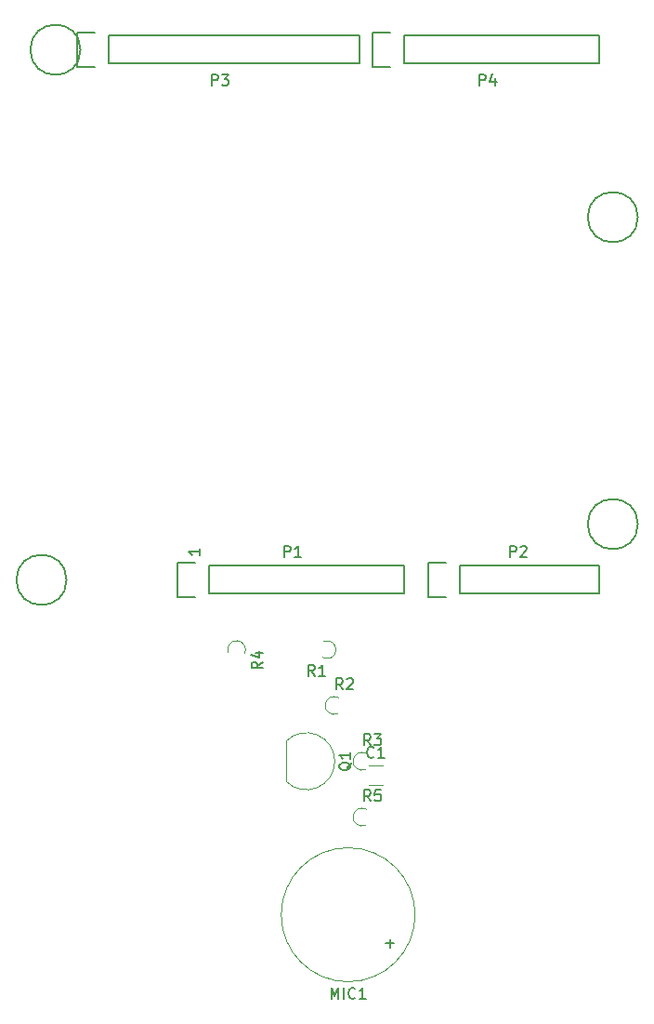
<source format=gbr>
%TF.GenerationSoftware,KiCad,Pcbnew,(5.1.8)-1*%
%TF.CreationDate,2020-11-11T08:10:51-05:00*%
%TF.ProjectId,board,626f6172-642e-46b6-9963-61645f706362,rev?*%
%TF.SameCoordinates,Original*%
%TF.FileFunction,Legend,Top*%
%TF.FilePolarity,Positive*%
%FSLAX46Y46*%
G04 Gerber Fmt 4.6, Leading zero omitted, Abs format (unit mm)*
G04 Created by KiCad (PCBNEW (5.1.8)-1) date 2020-11-11 08:10:51*
%MOMM*%
%LPD*%
G01*
G04 APERTURE LIST*
%ADD10C,0.150000*%
%ADD11C,0.120000*%
G04 APERTURE END LIST*
D10*
X139390380Y-120999285D02*
X139390380Y-121570714D01*
X139390380Y-121285000D02*
X138390380Y-121285000D01*
X138533238Y-121380238D01*
X138628476Y-121475476D01*
X138676095Y-121570714D01*
D11*
%TO.C,R1*%
X150677905Y-129425641D02*
G75*
G02*
X150580867Y-130875000I320095J-749359D01*
G01*
%TO.C,R5*%
X154498095Y-146164359D02*
G75*
G02*
X154595133Y-144715000I-320095J749359D01*
G01*
%TO.C,R4*%
X141998641Y-130495095D02*
G75*
G02*
X143448000Y-130592133I749359J320095D01*
G01*
%TO.C,R3*%
X154498095Y-141084359D02*
G75*
G02*
X154595133Y-139635000I-320095J749359D01*
G01*
%TO.C,R2*%
X151958095Y-136004359D02*
G75*
G02*
X152055133Y-134555000I-320095J749359D01*
G01*
%TO.C,Q1*%
X147259522Y-142173478D02*
G75*
G03*
X151698000Y-140335000I1838478J1838478D01*
G01*
X147259522Y-138496522D02*
G75*
G02*
X151698000Y-140335000I1838478J-1838478D01*
G01*
X147248000Y-138535000D02*
X147248000Y-142135000D01*
%TO.C,MIC1*%
X159018000Y-154305000D02*
G75*
G03*
X159018000Y-154305000I-6100000J0D01*
G01*
%TO.C,C1*%
X154799000Y-140685000D02*
X156057000Y-140685000D01*
X154799000Y-142525000D02*
X156057000Y-142525000D01*
D10*
%TO.C,P1*%
X137388000Y-122275000D02*
X137388000Y-125375000D01*
X138938000Y-122275000D02*
X137388000Y-122275000D01*
X140208000Y-125095000D02*
X140208000Y-122555000D01*
X137388000Y-125375000D02*
X138938000Y-125375000D01*
X157988000Y-122555000D02*
X140208000Y-122555000D01*
X157988000Y-125095000D02*
X157988000Y-122555000D01*
X140208000Y-125095000D02*
X157988000Y-125095000D01*
%TO.C,P2*%
X160248000Y-122275000D02*
X160248000Y-125375000D01*
X161798000Y-122275000D02*
X160248000Y-122275000D01*
X163068000Y-125095000D02*
X163068000Y-122555000D01*
X160248000Y-125375000D02*
X161798000Y-125375000D01*
X175768000Y-122555000D02*
X163068000Y-122555000D01*
X175768000Y-125095000D02*
X175768000Y-122555000D01*
X163068000Y-125095000D02*
X175768000Y-125095000D01*
%TO.C,P3*%
X128244000Y-74015000D02*
X128244000Y-77115000D01*
X129794000Y-74015000D02*
X128244000Y-74015000D01*
X131064000Y-76835000D02*
X131064000Y-74295000D01*
X128244000Y-77115000D02*
X129794000Y-77115000D01*
X153924000Y-74295000D02*
X131064000Y-74295000D01*
X153924000Y-76835000D02*
X153924000Y-74295000D01*
X131064000Y-76835000D02*
X153924000Y-76835000D01*
%TO.C,P4*%
X155168000Y-74015000D02*
X155168000Y-77115000D01*
X156718000Y-74015000D02*
X155168000Y-74015000D01*
X157988000Y-76835000D02*
X157988000Y-74295000D01*
X155168000Y-77115000D02*
X156718000Y-77115000D01*
X175768000Y-74295000D02*
X157988000Y-74295000D01*
X175768000Y-76835000D02*
X175768000Y-74295000D01*
X157988000Y-76835000D02*
X175768000Y-76835000D01*
%TO.C,P5*%
X127254000Y-123825000D02*
G75*
G03*
X127254000Y-123825000I-2286000J0D01*
G01*
%TO.C,P6*%
X179324000Y-118745000D02*
G75*
G03*
X179324000Y-118745000I-2286000J0D01*
G01*
%TO.C,P7*%
X128524000Y-75565000D02*
G75*
G03*
X128524000Y-75565000I-2286000J0D01*
G01*
%TO.C,P8*%
X179324000Y-90805000D02*
G75*
G03*
X179324000Y-90805000I-2286000J0D01*
G01*
%TO.C,R1*%
X149881333Y-132547380D02*
X149548000Y-132071190D01*
X149309904Y-132547380D02*
X149309904Y-131547380D01*
X149690857Y-131547380D01*
X149786095Y-131595000D01*
X149833714Y-131642619D01*
X149881333Y-131737857D01*
X149881333Y-131880714D01*
X149833714Y-131975952D01*
X149786095Y-132023571D01*
X149690857Y-132071190D01*
X149309904Y-132071190D01*
X150833714Y-132547380D02*
X150262285Y-132547380D01*
X150548000Y-132547380D02*
X150548000Y-131547380D01*
X150452761Y-131690238D01*
X150357523Y-131785476D01*
X150262285Y-131833095D01*
%TO.C,R5*%
X154961333Y-143947380D02*
X154628000Y-143471190D01*
X154389904Y-143947380D02*
X154389904Y-142947380D01*
X154770857Y-142947380D01*
X154866095Y-142995000D01*
X154913714Y-143042619D01*
X154961333Y-143137857D01*
X154961333Y-143280714D01*
X154913714Y-143375952D01*
X154866095Y-143423571D01*
X154770857Y-143471190D01*
X154389904Y-143471190D01*
X155866095Y-142947380D02*
X155389904Y-142947380D01*
X155342285Y-143423571D01*
X155389904Y-143375952D01*
X155485142Y-143328333D01*
X155723238Y-143328333D01*
X155818476Y-143375952D01*
X155866095Y-143423571D01*
X155913714Y-143518809D01*
X155913714Y-143756904D01*
X155866095Y-143852142D01*
X155818476Y-143899761D01*
X155723238Y-143947380D01*
X155485142Y-143947380D01*
X155389904Y-143899761D01*
X155342285Y-143852142D01*
%TO.C,R4*%
X145120380Y-131291666D02*
X144644190Y-131625000D01*
X145120380Y-131863095D02*
X144120380Y-131863095D01*
X144120380Y-131482142D01*
X144168000Y-131386904D01*
X144215619Y-131339285D01*
X144310857Y-131291666D01*
X144453714Y-131291666D01*
X144548952Y-131339285D01*
X144596571Y-131386904D01*
X144644190Y-131482142D01*
X144644190Y-131863095D01*
X144453714Y-130434523D02*
X145120380Y-130434523D01*
X144072761Y-130672619D02*
X144787047Y-130910714D01*
X144787047Y-130291666D01*
%TO.C,R3*%
X154961333Y-138867380D02*
X154628000Y-138391190D01*
X154389904Y-138867380D02*
X154389904Y-137867380D01*
X154770857Y-137867380D01*
X154866095Y-137915000D01*
X154913714Y-137962619D01*
X154961333Y-138057857D01*
X154961333Y-138200714D01*
X154913714Y-138295952D01*
X154866095Y-138343571D01*
X154770857Y-138391190D01*
X154389904Y-138391190D01*
X155294666Y-137867380D02*
X155913714Y-137867380D01*
X155580380Y-138248333D01*
X155723238Y-138248333D01*
X155818476Y-138295952D01*
X155866095Y-138343571D01*
X155913714Y-138438809D01*
X155913714Y-138676904D01*
X155866095Y-138772142D01*
X155818476Y-138819761D01*
X155723238Y-138867380D01*
X155437523Y-138867380D01*
X155342285Y-138819761D01*
X155294666Y-138772142D01*
%TO.C,R2*%
X152421333Y-133787380D02*
X152088000Y-133311190D01*
X151849904Y-133787380D02*
X151849904Y-132787380D01*
X152230857Y-132787380D01*
X152326095Y-132835000D01*
X152373714Y-132882619D01*
X152421333Y-132977857D01*
X152421333Y-133120714D01*
X152373714Y-133215952D01*
X152326095Y-133263571D01*
X152230857Y-133311190D01*
X151849904Y-133311190D01*
X152802285Y-132882619D02*
X152849904Y-132835000D01*
X152945142Y-132787380D01*
X153183238Y-132787380D01*
X153278476Y-132835000D01*
X153326095Y-132882619D01*
X153373714Y-132977857D01*
X153373714Y-133073095D01*
X153326095Y-133215952D01*
X152754666Y-133787380D01*
X153373714Y-133787380D01*
%TO.C,Q1*%
X153205619Y-140430238D02*
X153158000Y-140525476D01*
X153062761Y-140620714D01*
X152919904Y-140763571D01*
X152872285Y-140858809D01*
X152872285Y-140954047D01*
X153110380Y-140906428D02*
X153062761Y-141001666D01*
X152967523Y-141096904D01*
X152777047Y-141144523D01*
X152443714Y-141144523D01*
X152253238Y-141096904D01*
X152158000Y-141001666D01*
X152110380Y-140906428D01*
X152110380Y-140715952D01*
X152158000Y-140620714D01*
X152253238Y-140525476D01*
X152443714Y-140477857D01*
X152777047Y-140477857D01*
X152967523Y-140525476D01*
X153062761Y-140620714D01*
X153110380Y-140715952D01*
X153110380Y-140906428D01*
X153110380Y-139525476D02*
X153110380Y-140096904D01*
X153110380Y-139811190D02*
X152110380Y-139811190D01*
X152253238Y-139906428D01*
X152348476Y-140001666D01*
X152396095Y-140096904D01*
%TO.C,MIC1*%
X151370380Y-161957380D02*
X151370380Y-160957380D01*
X151703714Y-161671666D01*
X152037047Y-160957380D01*
X152037047Y-161957380D01*
X152513238Y-161957380D02*
X152513238Y-160957380D01*
X153560857Y-161862142D02*
X153513238Y-161909761D01*
X153370380Y-161957380D01*
X153275142Y-161957380D01*
X153132285Y-161909761D01*
X153037047Y-161814523D01*
X152989428Y-161719285D01*
X152941809Y-161528809D01*
X152941809Y-161385952D01*
X152989428Y-161195476D01*
X153037047Y-161100238D01*
X153132285Y-161005000D01*
X153275142Y-160957380D01*
X153370380Y-160957380D01*
X153513238Y-161005000D01*
X153560857Y-161052619D01*
X154513238Y-161957380D02*
X153941809Y-161957380D01*
X154227523Y-161957380D02*
X154227523Y-160957380D01*
X154132285Y-161100238D01*
X154037047Y-161195476D01*
X153941809Y-161243095D01*
X156347047Y-156916428D02*
X157108952Y-156916428D01*
X156728000Y-157297380D02*
X156728000Y-156535476D01*
%TO.C,C1*%
X155261333Y-139912142D02*
X155213714Y-139959761D01*
X155070857Y-140007380D01*
X154975619Y-140007380D01*
X154832761Y-139959761D01*
X154737523Y-139864523D01*
X154689904Y-139769285D01*
X154642285Y-139578809D01*
X154642285Y-139435952D01*
X154689904Y-139245476D01*
X154737523Y-139150238D01*
X154832761Y-139055000D01*
X154975619Y-139007380D01*
X155070857Y-139007380D01*
X155213714Y-139055000D01*
X155261333Y-139102619D01*
X156213714Y-140007380D02*
X155642285Y-140007380D01*
X155928000Y-140007380D02*
X155928000Y-139007380D01*
X155832761Y-139150238D01*
X155737523Y-139245476D01*
X155642285Y-139293095D01*
%TO.C,P1*%
X147089904Y-121737380D02*
X147089904Y-120737380D01*
X147470857Y-120737380D01*
X147566095Y-120785000D01*
X147613714Y-120832619D01*
X147661333Y-120927857D01*
X147661333Y-121070714D01*
X147613714Y-121165952D01*
X147566095Y-121213571D01*
X147470857Y-121261190D01*
X147089904Y-121261190D01*
X148613714Y-121737380D02*
X148042285Y-121737380D01*
X148328000Y-121737380D02*
X148328000Y-120737380D01*
X148232761Y-120880238D01*
X148137523Y-120975476D01*
X148042285Y-121023095D01*
%TO.C,P2*%
X167663904Y-121737380D02*
X167663904Y-120737380D01*
X168044857Y-120737380D01*
X168140095Y-120785000D01*
X168187714Y-120832619D01*
X168235333Y-120927857D01*
X168235333Y-121070714D01*
X168187714Y-121165952D01*
X168140095Y-121213571D01*
X168044857Y-121261190D01*
X167663904Y-121261190D01*
X168616285Y-120832619D02*
X168663904Y-120785000D01*
X168759142Y-120737380D01*
X168997238Y-120737380D01*
X169092476Y-120785000D01*
X169140095Y-120832619D01*
X169187714Y-120927857D01*
X169187714Y-121023095D01*
X169140095Y-121165952D01*
X168568666Y-121737380D01*
X169187714Y-121737380D01*
%TO.C,P3*%
X140485904Y-78811380D02*
X140485904Y-77811380D01*
X140866857Y-77811380D01*
X140962095Y-77859000D01*
X141009714Y-77906619D01*
X141057333Y-78001857D01*
X141057333Y-78144714D01*
X141009714Y-78239952D01*
X140962095Y-78287571D01*
X140866857Y-78335190D01*
X140485904Y-78335190D01*
X141390666Y-77811380D02*
X142009714Y-77811380D01*
X141676380Y-78192333D01*
X141819238Y-78192333D01*
X141914476Y-78239952D01*
X141962095Y-78287571D01*
X142009714Y-78382809D01*
X142009714Y-78620904D01*
X141962095Y-78716142D01*
X141914476Y-78763761D01*
X141819238Y-78811380D01*
X141533523Y-78811380D01*
X141438285Y-78763761D01*
X141390666Y-78716142D01*
%TO.C,P4*%
X164869904Y-78811380D02*
X164869904Y-77811380D01*
X165250857Y-77811380D01*
X165346095Y-77859000D01*
X165393714Y-77906619D01*
X165441333Y-78001857D01*
X165441333Y-78144714D01*
X165393714Y-78239952D01*
X165346095Y-78287571D01*
X165250857Y-78335190D01*
X164869904Y-78335190D01*
X166298476Y-78144714D02*
X166298476Y-78811380D01*
X166060380Y-77763761D02*
X165822285Y-78478047D01*
X166441333Y-78478047D01*
%TD*%
M02*

</source>
